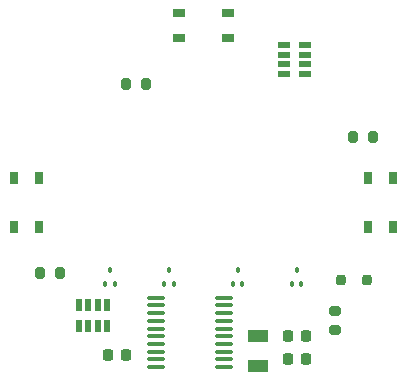
<source format=gbr>
%TF.GenerationSoftware,KiCad,Pcbnew,8.0.1*%
%TF.CreationDate,2024-12-08T15:20:25+09:00*%
%TF.ProjectId,watch,77617463-682e-46b6-9963-61645f706362,rev?*%
%TF.SameCoordinates,Original*%
%TF.FileFunction,Paste,Top*%
%TF.FilePolarity,Positive*%
%FSLAX46Y46*%
G04 Gerber Fmt 4.6, Leading zero omitted, Abs format (unit mm)*
G04 Created by KiCad (PCBNEW 8.0.1) date 2024-12-08 15:20:25*
%MOMM*%
%LPD*%
G01*
G04 APERTURE LIST*
G04 Aperture macros list*
%AMRoundRect*
0 Rectangle with rounded corners*
0 $1 Rounding radius*
0 $2 $3 $4 $5 $6 $7 $8 $9 X,Y pos of 4 corners*
0 Add a 4 corners polygon primitive as box body*
4,1,4,$2,$3,$4,$5,$6,$7,$8,$9,$2,$3,0*
0 Add four circle primitives for the rounded corners*
1,1,$1+$1,$2,$3*
1,1,$1+$1,$4,$5*
1,1,$1+$1,$6,$7*
1,1,$1+$1,$8,$9*
0 Add four rect primitives between the rounded corners*
20,1,$1+$1,$2,$3,$4,$5,0*
20,1,$1+$1,$4,$5,$6,$7,0*
20,1,$1+$1,$6,$7,$8,$9,0*
20,1,$1+$1,$8,$9,$2,$3,0*%
G04 Aperture macros list end*
%ADD10RoundRect,0.200000X-0.200000X-0.275000X0.200000X-0.275000X0.200000X0.275000X-0.200000X0.275000X0*%
%ADD11RoundRect,0.225000X-0.225000X-0.250000X0.225000X-0.250000X0.225000X0.250000X-0.225000X0.250000X0*%
%ADD12RoundRect,0.037100X-0.447900X-0.227900X0.447900X-0.227900X0.447900X0.227900X-0.447900X0.227900X0*%
%ADD13RoundRect,0.037100X0.447900X0.227900X-0.447900X0.227900X-0.447900X-0.227900X0.447900X-0.227900X0*%
%ADD14RoundRect,0.100000X0.100000X-0.125000X0.100000X0.125000X-0.100000X0.125000X-0.100000X-0.125000X0*%
%ADD15R,1.050000X0.650000*%
%ADD16RoundRect,0.200000X0.200000X0.250000X-0.200000X0.250000X-0.200000X-0.250000X0.200000X-0.250000X0*%
%ADD17R,0.650000X1.050000*%
%ADD18RoundRect,0.200000X-0.275000X0.200000X-0.275000X-0.200000X0.275000X-0.200000X0.275000X0.200000X0*%
%ADD19RoundRect,0.100000X0.637500X0.100000X-0.637500X0.100000X-0.637500X-0.100000X0.637500X-0.100000X0*%
%ADD20R,1.800000X1.000000*%
%ADD21RoundRect,0.037100X-0.227900X0.447900X-0.227900X-0.447900X0.227900X-0.447900X0.227900X0.447900X0*%
%ADD22RoundRect,0.037100X0.227900X-0.447900X0.227900X0.447900X-0.227900X0.447900X-0.227900X-0.447900X0*%
G04 APERTURE END LIST*
D10*
%TO.C,R3*%
X83475000Y-80000000D03*
X85125000Y-80000000D03*
%TD*%
D11*
%TO.C,C1*%
X97125000Y-101350000D03*
X98675000Y-101350000D03*
%TD*%
%TO.C,C3*%
X97125000Y-103250000D03*
X98675000Y-103250000D03*
%TD*%
D10*
%TO.C,R5*%
X76175000Y-96000000D03*
X77825000Y-96000000D03*
%TD*%
D12*
%TO.C,RN1*%
X96825000Y-76700001D03*
X96825001Y-77499999D03*
X96825000Y-78300000D03*
X96825000Y-79099999D03*
D13*
X98575000Y-79099999D03*
X98574999Y-78300001D03*
X98575000Y-77500000D03*
X98575000Y-76700001D03*
%TD*%
D14*
%TO.C,Q4*%
X97500000Y-96875000D03*
X98300000Y-96875000D03*
X97900000Y-95725000D03*
%TD*%
D11*
%TO.C,C2*%
X81925000Y-102950000D03*
X83475000Y-102950000D03*
%TD*%
D15*
%TO.C,S4*%
X87925000Y-73925000D03*
X92075000Y-73925000D03*
X87925000Y-76075000D03*
X92075000Y-76075000D03*
%TD*%
D14*
%TO.C,Q2*%
X86700000Y-96875000D03*
X87500000Y-96875000D03*
X87100000Y-95725000D03*
%TD*%
%TO.C,Q1*%
X81700000Y-96875000D03*
X82500000Y-96875000D03*
X82100000Y-95725000D03*
%TD*%
D16*
%TO.C,D1*%
X103850000Y-96600000D03*
X101650000Y-96600000D03*
%TD*%
D17*
%TO.C,S2*%
X73925000Y-92075000D03*
X73925000Y-87925000D03*
X76075000Y-92075000D03*
X76075000Y-87925000D03*
%TD*%
D18*
%TO.C,R4*%
X101150000Y-99175000D03*
X101150000Y-100825000D03*
%TD*%
D19*
%TO.C,U1*%
X91725000Y-103925000D03*
X91725000Y-103275000D03*
X91725000Y-102625000D03*
X91725000Y-101975000D03*
X91725000Y-101325000D03*
X91725000Y-100675000D03*
X91725000Y-100025000D03*
X91725000Y-99375000D03*
X91725000Y-98725000D03*
X91725000Y-98075000D03*
X86000000Y-98075000D03*
X86000000Y-98725000D03*
X86000000Y-99375000D03*
X86000000Y-100025000D03*
X86000000Y-100675000D03*
X86000000Y-101325000D03*
X86000000Y-101975000D03*
X86000000Y-102625000D03*
X86000000Y-103275000D03*
X86000000Y-103925000D03*
%TD*%
D17*
%TO.C,S1*%
X103925000Y-92075000D03*
X103925000Y-87925000D03*
X106075000Y-92075000D03*
X106075000Y-87925000D03*
%TD*%
D14*
%TO.C,Q3*%
X92500000Y-96875000D03*
X93300000Y-96875000D03*
X92900000Y-95725000D03*
%TD*%
D20*
%TO.C,Y1*%
X94600000Y-101350000D03*
X94600000Y-103850000D03*
%TD*%
D21*
%TO.C,RN2*%
X81850001Y-98725000D03*
X81050000Y-98725001D03*
X80250000Y-98725000D03*
X79450000Y-98725001D03*
D22*
X79449999Y-100475000D03*
X80250000Y-100474999D03*
X81050000Y-100475000D03*
X81850000Y-100474999D03*
%TD*%
D10*
%TO.C,R1*%
X102675000Y-84500000D03*
X104325000Y-84500000D03*
%TD*%
M02*

</source>
